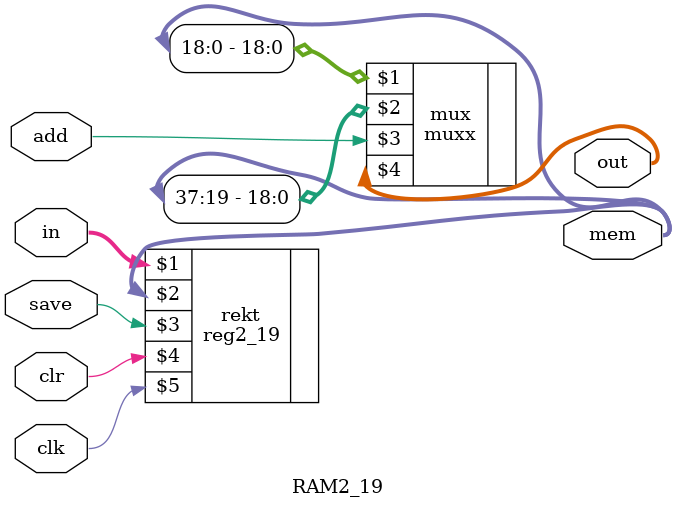
<source format=v>
`timescale 1ns / 1ps


module RAM2_19(
    input [37:0] in,
    output [18:0] out,
    output [37:0] mem,
    input add,
    input save,
    input clr,
    input clk
    );
    reg2_19 rekt(in,mem,save,clr,clk);
    muxx mux(mem[18:0],mem[37:19],add,out);

endmodule

</source>
